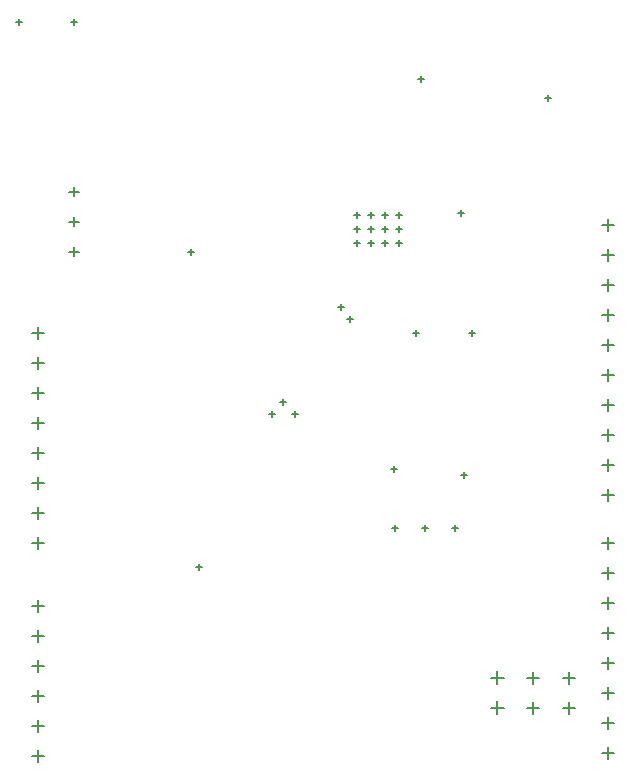
<source format=gbr>
G04*
G04 #@! TF.GenerationSoftware,Altium Limited,Altium Designer,24.2.2 (26)*
G04*
G04 Layer_Color=128*
%FSLAX44Y44*%
%MOMM*%
G71*
G04*
G04 #@! TF.SameCoordinates,D4777117-7EC2-4350-9FDB-5EFC8E967FA0*
G04*
G04*
G04 #@! TF.FilePolarity,Positive*
G04*
G01*
G75*
%ADD11C,0.1270*%
D11*
X468710Y92710D02*
X478710D01*
X473710Y87710D02*
Y97710D01*
X468710Y118110D02*
X478710D01*
X473710Y113110D02*
Y123110D01*
X438230Y92710D02*
X448230D01*
X443230Y87710D02*
Y97710D01*
X438230Y118110D02*
X448230D01*
X443230Y113110D02*
Y123110D01*
X19130Y232410D02*
X29130D01*
X24130Y227410D02*
Y237410D01*
X19130Y257810D02*
X29130D01*
X24130Y252810D02*
Y262810D01*
X19130Y283210D02*
X29130D01*
X24130Y278210D02*
Y288210D01*
X19130Y308610D02*
X29130D01*
X24130Y303610D02*
Y313610D01*
X19130Y334010D02*
X29130D01*
X24130Y329010D02*
Y339010D01*
X19130Y359410D02*
X29130D01*
X24130Y354410D02*
Y364410D01*
X19130Y384810D02*
X29130D01*
X24130Y379810D02*
Y389810D01*
X19130Y410210D02*
X29130D01*
X24130Y405210D02*
Y415210D01*
X501730Y232410D02*
X511730D01*
X506730Y227410D02*
Y237410D01*
X501730Y207010D02*
X511730D01*
X506730Y202010D02*
Y212010D01*
X501730Y181610D02*
X511730D01*
X506730Y176610D02*
Y186610D01*
X501730Y156210D02*
X511730D01*
X506730Y151210D02*
Y161210D01*
X501730Y130810D02*
X511730D01*
X506730Y125810D02*
Y135810D01*
X501730Y105410D02*
X511730D01*
X506730Y100410D02*
Y110410D01*
X501730Y80010D02*
X511730D01*
X506730Y75010D02*
Y85010D01*
X501730Y54610D02*
X511730D01*
X506730Y49610D02*
Y59610D01*
X19130Y52070D02*
X29130D01*
X24130Y47070D02*
Y57070D01*
X19130Y77470D02*
X29130D01*
X24130Y72470D02*
Y82470D01*
X19130Y102870D02*
X29130D01*
X24130Y97870D02*
Y107870D01*
X19130Y128270D02*
X29130D01*
X24130Y123270D02*
Y133270D01*
X19130Y153670D02*
X29130D01*
X24130Y148670D02*
Y158670D01*
X19130Y179070D02*
X29130D01*
X24130Y174070D02*
Y184070D01*
X501730Y501650D02*
X511730D01*
X506730Y496650D02*
Y506650D01*
X501730Y476250D02*
X511730D01*
X506730Y471250D02*
Y481250D01*
X501730Y450850D02*
X511730D01*
X506730Y445850D02*
Y455850D01*
X501730Y425450D02*
X511730D01*
X506730Y420450D02*
Y430450D01*
X501730Y400050D02*
X511730D01*
X506730Y395050D02*
Y405050D01*
X501730Y374650D02*
X511730D01*
X506730Y369650D02*
Y379650D01*
X501730Y349250D02*
X511730D01*
X506730Y344250D02*
Y354250D01*
X501730Y323850D02*
X511730D01*
X506730Y318850D02*
Y328850D01*
X501730Y298450D02*
X511730D01*
X506730Y293450D02*
Y303450D01*
X501730Y273050D02*
X511730D01*
X506730Y268050D02*
Y278050D01*
X50610Y478790D02*
X58610D01*
X54610Y474790D02*
Y482790D01*
X50610Y504190D02*
X58610D01*
X54610Y500190D02*
Y508190D01*
X50610Y529590D02*
X58610D01*
X54610Y525590D02*
Y533590D01*
X219750Y341630D02*
X224750D01*
X222250Y339130D02*
Y344130D01*
X238800Y341630D02*
X243800D01*
X241300Y339130D02*
Y344130D01*
X407250Y118110D02*
X418250D01*
X412750Y112610D02*
Y123610D01*
X407250Y92710D02*
X418250D01*
X412750Y87210D02*
Y98210D01*
X345480Y624840D02*
X350480D01*
X347980Y622340D02*
Y627340D01*
X315440Y486190D02*
X320440D01*
X317940Y483690D02*
Y488690D01*
X303440Y486190D02*
X308440D01*
X305940Y483690D02*
Y488690D01*
X303440Y498190D02*
X308440D01*
X305940Y495690D02*
Y500690D01*
X327440Y486190D02*
X332440D01*
X329940Y483690D02*
Y488690D01*
X327440Y498190D02*
X332440D01*
X329940Y495690D02*
Y500690D01*
X327440Y510190D02*
X332440D01*
X329940Y507690D02*
Y512690D01*
X291440Y486190D02*
X296440D01*
X293940Y483690D02*
Y488690D01*
X315440Y510190D02*
X320440D01*
X317940Y507690D02*
Y512690D01*
X291440Y498190D02*
X296440D01*
X293940Y495690D02*
Y500690D01*
X291440Y510190D02*
X296440D01*
X293940Y507690D02*
Y512690D01*
X303440Y510190D02*
X308440D01*
X305940Y507690D02*
Y512690D01*
X315440Y498190D02*
X320440D01*
X317940Y495690D02*
Y500690D01*
X322620Y294640D02*
X327620D01*
X325120Y292140D02*
Y297140D01*
X388660Y410210D02*
X393660D01*
X391160Y407710D02*
Y412710D01*
X341670Y410210D02*
X346670D01*
X344170Y407710D02*
Y412710D01*
X453064Y608717D02*
X458064D01*
X455564Y606217D02*
Y611217D01*
X379422Y511360D02*
X384422D01*
X381922Y508860D02*
Y513860D01*
X51887Y673134D02*
X56887D01*
X54387Y670634D02*
Y675634D01*
X151348Y478728D02*
X156348D01*
X153848Y476228D02*
Y481228D01*
X5120Y673100D02*
X10120D01*
X7620Y670600D02*
Y675600D01*
X277788Y431849D02*
X282788D01*
X280288Y429349D02*
Y434349D01*
X285790Y421640D02*
X290790D01*
X288290Y419140D02*
Y424140D01*
X228640Y351790D02*
X233640D01*
X231140Y349290D02*
Y354290D01*
X382310Y289560D02*
X387310D01*
X384810Y287060D02*
Y292060D01*
X157520Y211876D02*
X162520D01*
X160020Y209376D02*
Y214376D01*
X349290Y245110D02*
X354290D01*
X351790Y242610D02*
Y247610D01*
X374690Y245110D02*
X379690D01*
X377190Y242610D02*
Y247610D01*
X323890Y245110D02*
X328890D01*
X326390Y242610D02*
Y247610D01*
M02*

</source>
